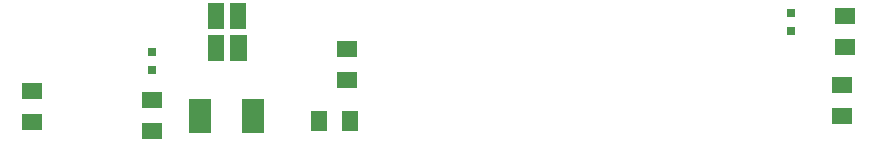
<source format=gbr>
G04 #@! TF.GenerationSoftware,KiCad,Pcbnew,5.1.10*
G04 #@! TF.CreationDate,2021-12-17T17:44:36+03:00*
G04 #@! TF.ProjectId,ripple_cancellation,72697070-6c65-45f6-9361-6e63656c6c61,rev?*
G04 #@! TF.SameCoordinates,Original*
G04 #@! TF.FileFunction,Paste,Top*
G04 #@! TF.FilePolarity,Positive*
%FSLAX46Y46*%
G04 Gerber Fmt 4.6, Leading zero omitted, Abs format (unit mm)*
G04 Created by KiCad (PCBNEW 5.1.10) date 2021-12-17 17:44:36*
%MOMM*%
%LPD*%
G01*
G04 APERTURE LIST*
%ADD10C,0.010000*%
%ADD11R,1.905000X2.997200*%
%ADD12R,0.800000X0.800000*%
%ADD13R,1.820000X1.440000*%
%ADD14R,1.440000X1.820000*%
G04 APERTURE END LIST*
D10*
G36*
X91603000Y-53177000D02*
G01*
X92903000Y-53177000D01*
X92903000Y-55287000D01*
X91603000Y-55287000D01*
X91603000Y-53177000D01*
G37*
X91603000Y-53177000D02*
X92903000Y-53177000D01*
X92903000Y-55287000D01*
X91603000Y-55287000D01*
X91603000Y-53177000D01*
G36*
X93533000Y-53177000D02*
G01*
X94833000Y-53177000D01*
X94833000Y-55287000D01*
X93533000Y-55287000D01*
X93533000Y-53177000D01*
G37*
X93533000Y-53177000D02*
X94833000Y-53177000D01*
X94833000Y-55287000D01*
X93533000Y-55287000D01*
X93533000Y-53177000D01*
G36*
X91603000Y-50437000D02*
G01*
X92903000Y-50437000D01*
X92903000Y-52547000D01*
X91603000Y-52547000D01*
X91603000Y-50437000D01*
G37*
X91603000Y-50437000D02*
X92903000Y-50437000D01*
X92903000Y-52547000D01*
X91603000Y-52547000D01*
X91603000Y-50437000D01*
G36*
X93507600Y-50462400D02*
G01*
X94807600Y-50462400D01*
X94807600Y-52572400D01*
X93507600Y-52572400D01*
X93507600Y-50462400D01*
G37*
X93507600Y-50462400D02*
X94807600Y-50462400D01*
X94807600Y-52572400D01*
X93507600Y-52572400D01*
X93507600Y-50462400D01*
D11*
X95431800Y-60020000D03*
X90978800Y-60045400D03*
D12*
X140970000Y-52820000D03*
X140970000Y-51320000D03*
D13*
X145542000Y-51496000D03*
X145542000Y-54168000D03*
D12*
X86868000Y-56122000D03*
X86868000Y-54622000D03*
D13*
X145288000Y-60010000D03*
X145288000Y-57338000D03*
D14*
X101026000Y-60452000D03*
X103698000Y-60452000D03*
D13*
X103378000Y-56962000D03*
X103378000Y-54290000D03*
X86868000Y-61280000D03*
X86868000Y-58608000D03*
X76708000Y-60518000D03*
X76708000Y-57846000D03*
M02*

</source>
